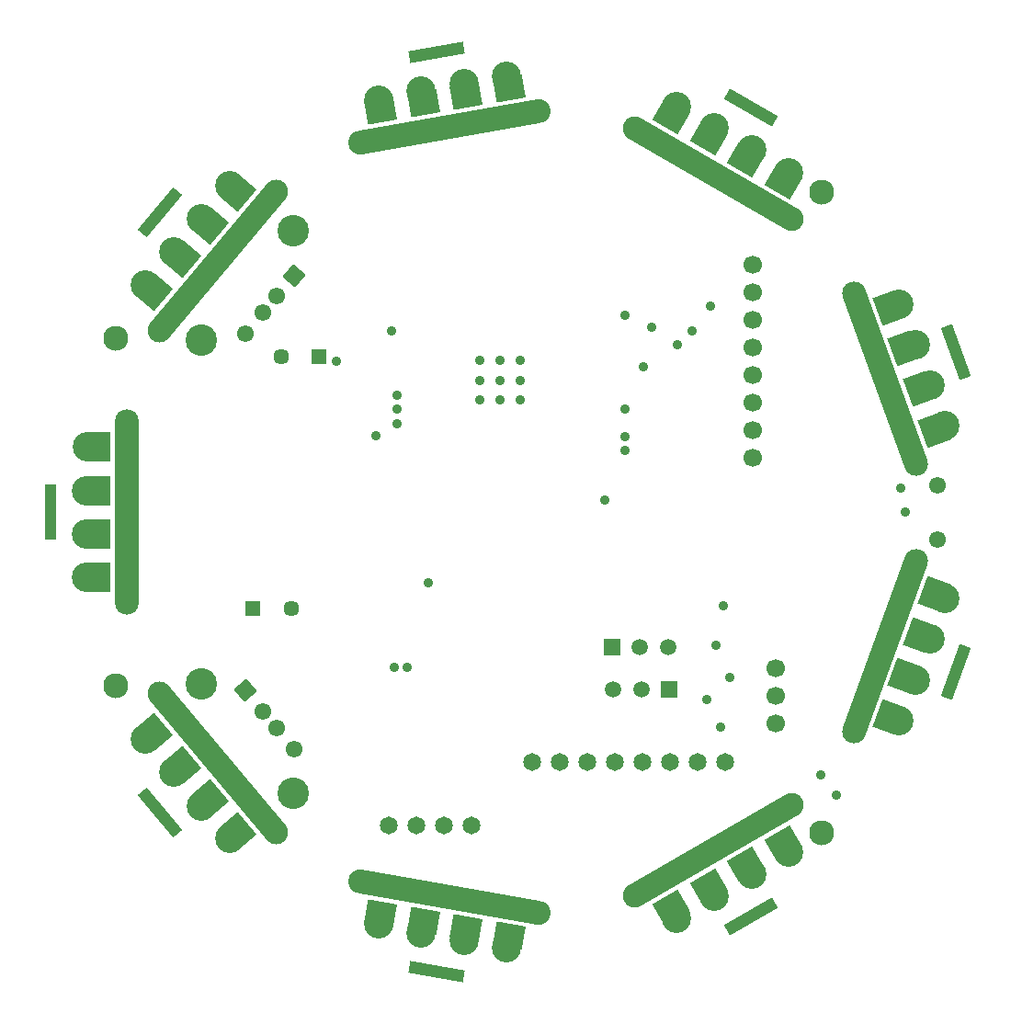
<source format=gbs>
G04*
G04 #@! TF.GenerationSoftware,Altium Limited,Altium Designer,21.7.2 (23)*
G04*
G04 Layer_Color=16711935*
%FSAX44Y44*%
%MOMM*%
G71*
G04*
G04 #@! TF.SameCoordinates,F2B12908-CB5E-45EB-B16A-3418207F8AD6*
G04*
G04*
G04 #@! TF.FilePolarity,Negative*
G04*
G01*
G75*
G04:AMPARAMS|DCode=35|XSize=2.2mm|YSize=18.9mm|CornerRadius=1.1mm|HoleSize=0mm|Usage=FLASHONLY|Rotation=40.000|XOffset=0mm|YOffset=0mm|HoleType=Round|Shape=RoundedRectangle|*
%AMROUNDEDRECTD35*
21,1,2.2000,16.7000,0,0,40.0*
21,1,0.0000,18.9000,0,0,40.0*
1,1,2.2000,5.3673,-6.3965*
1,1,2.2000,5.3673,-6.3965*
1,1,2.2000,-5.3673,6.3965*
1,1,2.2000,-5.3673,6.3965*
%
%ADD35ROUNDEDRECTD35*%
G04:AMPARAMS|DCode=36|XSize=2.2mm|YSize=18.9mm|CornerRadius=1.1mm|HoleSize=0mm|Usage=FLASHONLY|Rotation=120.000|XOffset=0mm|YOffset=0mm|HoleType=Round|Shape=RoundedRectangle|*
%AMROUNDEDRECTD36*
21,1,2.2000,16.7000,0,0,120.0*
21,1,0.0000,18.9000,0,0,120.0*
1,1,2.2000,7.2313,4.1750*
1,1,2.2000,7.2313,4.1750*
1,1,2.2000,-7.2313,-4.1750*
1,1,2.2000,-7.2313,-4.1750*
%
%ADD36ROUNDEDRECTD36*%
G04:AMPARAMS|DCode=37|XSize=2.2mm|YSize=18.9mm|CornerRadius=1.1mm|HoleSize=0mm|Usage=FLASHONLY|Rotation=280.000|XOffset=0mm|YOffset=0mm|HoleType=Round|Shape=RoundedRectangle|*
%AMROUNDEDRECTD37*
21,1,2.2000,16.7000,0,0,280.0*
21,1,0.0000,18.9000,0,0,280.0*
1,1,2.2000,-8.2232,-1.4500*
1,1,2.2000,-8.2232,-1.4500*
1,1,2.2000,8.2232,1.4500*
1,1,2.2000,8.2232,1.4500*
%
%ADD37ROUNDEDRECTD37*%
G04:AMPARAMS|DCode=38|XSize=2.2mm|YSize=18.9mm|CornerRadius=1.1mm|HoleSize=0mm|Usage=FLASHONLY|Rotation=200.000|XOffset=0mm|YOffset=0mm|HoleType=Round|Shape=RoundedRectangle|*
%AMROUNDEDRECTD38*
21,1,2.2000,16.7000,0,0,200.0*
21,1,0.0000,18.9000,0,0,200.0*
1,1,2.2000,-2.8559,7.8464*
1,1,2.2000,-2.8559,7.8464*
1,1,2.2000,2.8559,-7.8464*
1,1,2.2000,2.8559,-7.8464*
%
%ADD38ROUNDEDRECTD38*%
G04:AMPARAMS|DCode=39|XSize=2.2mm|YSize=18.9mm|CornerRadius=1.1mm|HoleSize=0mm|Usage=FLASHONLY|Rotation=320.000|XOffset=0mm|YOffset=0mm|HoleType=Round|Shape=RoundedRectangle|*
%AMROUNDEDRECTD39*
21,1,2.2000,16.7000,0,0,320.0*
21,1,0.0000,18.9000,0,0,320.0*
1,1,2.2000,-5.3673,-6.3965*
1,1,2.2000,-5.3673,-6.3965*
1,1,2.2000,5.3673,6.3965*
1,1,2.2000,5.3673,6.3965*
%
%ADD39ROUNDEDRECTD39*%
G04:AMPARAMS|DCode=40|XSize=2.2mm|YSize=18.9mm|CornerRadius=1.1mm|HoleSize=0mm|Usage=FLASHONLY|Rotation=240.000|XOffset=0mm|YOffset=0mm|HoleType=Round|Shape=RoundedRectangle|*
%AMROUNDEDRECTD40*
21,1,2.2000,16.7000,0,0,240.0*
21,1,0.0000,18.9000,0,0,240.0*
1,1,2.2000,-7.2313,4.1750*
1,1,2.2000,-7.2313,4.1750*
1,1,2.2000,7.2313,-4.1750*
1,1,2.2000,7.2313,-4.1750*
%
%ADD40ROUNDEDRECTD40*%
G04:AMPARAMS|DCode=41|XSize=2.2mm|YSize=18.9mm|CornerRadius=1.1mm|HoleSize=0mm|Usage=FLASHONLY|Rotation=160.000|XOffset=0mm|YOffset=0mm|HoleType=Round|Shape=RoundedRectangle|*
%AMROUNDEDRECTD41*
21,1,2.2000,16.7000,0,0,160.0*
21,1,0.0000,18.9000,0,0,160.0*
1,1,2.2000,2.8559,7.8464*
1,1,2.2000,2.8559,7.8464*
1,1,2.2000,-2.8559,-7.8464*
1,1,2.2000,-2.8559,-7.8464*
%
%ADD41ROUNDEDRECTD41*%
G04:AMPARAMS|DCode=42|XSize=2.2mm|YSize=18.9mm|CornerRadius=1.1mm|HoleSize=0mm|Usage=FLASHONLY|Rotation=80.000|XOffset=0mm|YOffset=0mm|HoleType=Round|Shape=RoundedRectangle|*
%AMROUNDEDRECTD42*
21,1,2.2000,16.7000,0,0,80.0*
21,1,0.0000,18.9000,0,0,80.0*
1,1,2.2000,8.2232,-1.4500*
1,1,2.2000,8.2232,-1.4500*
1,1,2.2000,-8.2232,1.4500*
1,1,2.2000,-8.2232,1.4500*
%
%ADD42ROUNDEDRECTD42*%
G04:AMPARAMS|DCode=43|XSize=2.2mm|YSize=18.9mm|CornerRadius=1.1mm|HoleSize=0mm|Usage=FLASHONLY|Rotation=0.000|XOffset=0mm|YOffset=0mm|HoleType=Round|Shape=RoundedRectangle|*
%AMROUNDEDRECTD43*
21,1,2.2000,16.7000,0,0,0.0*
21,1,0.0000,18.9000,0,0,0.0*
1,1,2.2000,0.0000,-8.3500*
1,1,2.2000,0.0000,-8.3500*
1,1,2.2000,0.0000,8.3500*
1,1,2.2000,0.0000,8.3500*
%
%ADD43ROUNDEDRECTD43*%
%ADD44C,0.9000*%
%ADD45R,1.5000X1.5000*%
%ADD46C,1.5000*%
%ADD47R,1.4500X1.4500*%
%ADD48C,1.4500*%
%ADD49C,1.6500*%
%ADD50C,2.9000*%
%ADD51C,1.5500*%
%ADD52P,2.1920X4X355.0*%
%ADD53P,2.1920X4X275.0*%
%ADD54C,1.7000*%
%ADD55C,2.3000*%
G04:AMPARAMS|DCode=103|XSize=2.2mm|YSize=2.7mm|CornerRadius=0mm|HoleSize=0mm|Usage=FLASHONLY|Rotation=40.000|XOffset=0mm|YOffset=0mm|HoleType=Round|Shape=Rectangle|*
%AMROTATEDRECTD103*
4,1,4,0.0251,-1.7412,-1.7104,0.3271,-0.0251,1.7412,1.7104,-0.3271,0.0251,-1.7412,0.0*
%
%ADD103ROTATEDRECTD103*%

%ADD104C,2.7000*%
G04:AMPARAMS|DCode=105|XSize=2.2mm|YSize=2.7mm|CornerRadius=0mm|HoleSize=0mm|Usage=FLASHONLY|Rotation=120.000|XOffset=0mm|YOffset=0mm|HoleType=Round|Shape=Rectangle|*
%AMROTATEDRECTD105*
4,1,4,1.7191,-0.2776,-0.6191,-1.6276,-1.7191,0.2776,0.6191,1.6276,1.7191,-0.2776,0.0*
%
%ADD105ROTATEDRECTD105*%

G04:AMPARAMS|DCode=106|XSize=2.2mm|YSize=2.7mm|CornerRadius=0mm|HoleSize=0mm|Usage=FLASHONLY|Rotation=280.000|XOffset=0mm|YOffset=0mm|HoleType=Round|Shape=Rectangle|*
%AMROTATEDRECTD106*
4,1,4,-1.5205,0.8489,1.1385,1.3177,1.5205,-0.8489,-1.1385,-1.3177,-1.5205,0.8489,0.0*
%
%ADD106ROTATEDRECTD106*%

G04:AMPARAMS|DCode=107|XSize=2.2mm|YSize=2.7mm|CornerRadius=0mm|HoleSize=0mm|Usage=FLASHONLY|Rotation=200.000|XOffset=0mm|YOffset=0mm|HoleType=Round|Shape=Rectangle|*
%AMROTATEDRECTD107*
4,1,4,0.5719,1.6448,1.4954,-0.8924,-0.5719,-1.6448,-1.4954,0.8924,0.5719,1.6448,0.0*
%
%ADD107ROTATEDRECTD107*%

G04:AMPARAMS|DCode=108|XSize=2.2mm|YSize=2.7mm|CornerRadius=0mm|HoleSize=0mm|Usage=FLASHONLY|Rotation=320.000|XOffset=0mm|YOffset=0mm|HoleType=Round|Shape=Rectangle|*
%AMROTATEDRECTD108*
4,1,4,-1.7104,-0.3271,0.0251,1.7412,1.7104,0.3271,-0.0251,-1.7412,-1.7104,-0.3271,0.0*
%
%ADD108ROTATEDRECTD108*%

G04:AMPARAMS|DCode=109|XSize=2.2mm|YSize=2.7mm|CornerRadius=0mm|HoleSize=0mm|Usage=FLASHONLY|Rotation=240.000|XOffset=0mm|YOffset=0mm|HoleType=Round|Shape=Rectangle|*
%AMROTATEDRECTD109*
4,1,4,-0.6191,1.6276,1.7191,0.2776,0.6191,-1.6276,-1.7191,-0.2776,-0.6191,1.6276,0.0*
%
%ADD109ROTATEDRECTD109*%

G04:AMPARAMS|DCode=110|XSize=2.2mm|YSize=2.7mm|CornerRadius=0mm|HoleSize=0mm|Usage=FLASHONLY|Rotation=160.000|XOffset=0mm|YOffset=0mm|HoleType=Round|Shape=Rectangle|*
%AMROTATEDRECTD110*
4,1,4,1.4954,0.8924,0.5719,-1.6448,-1.4954,-0.8924,-0.5719,1.6448,1.4954,0.8924,0.0*
%
%ADD110ROTATEDRECTD110*%

G04:AMPARAMS|DCode=111|XSize=2.2mm|YSize=2.7mm|CornerRadius=0mm|HoleSize=0mm|Usage=FLASHONLY|Rotation=80.000|XOffset=0mm|YOffset=0mm|HoleType=Round|Shape=Rectangle|*
%AMROTATEDRECTD111*
4,1,4,1.1385,-1.3177,-1.5205,-0.8489,-1.1385,1.3177,1.5205,0.8489,1.1385,-1.3177,0.0*
%
%ADD111ROTATEDRECTD111*%

%ADD112R,2.2000X2.7000*%
%ADD113R,1.1000X5.1000*%
G04:AMPARAMS|DCode=114|XSize=5.1mm|YSize=1.1mm|CornerRadius=0mm|HoleSize=0mm|Usage=FLASHONLY|Rotation=210.000|XOffset=0mm|YOffset=0mm|HoleType=Round|Shape=Rectangle|*
%AMROTATEDRECTD114*
4,1,4,1.9334,1.7513,2.4834,0.7987,-1.9334,-1.7513,-2.4834,-0.7987,1.9334,1.7513,0.0*
%
%ADD114ROTATEDRECTD114*%

G04:AMPARAMS|DCode=115|XSize=5.1mm|YSize=1.1mm|CornerRadius=0mm|HoleSize=0mm|Usage=FLASHONLY|Rotation=250.000|XOffset=0mm|YOffset=0mm|HoleType=Round|Shape=Rectangle|*
%AMROTATEDRECTD115*
4,1,4,0.3553,2.5843,1.3890,2.2081,-0.3553,-2.5843,-1.3890,-2.2081,0.3553,2.5843,0.0*
%
%ADD115ROTATEDRECTD115*%

G04:AMPARAMS|DCode=116|XSize=5.1mm|YSize=1.1mm|CornerRadius=0mm|HoleSize=0mm|Usage=FLASHONLY|Rotation=290.000|XOffset=0mm|YOffset=0mm|HoleType=Round|Shape=Rectangle|*
%AMROTATEDRECTD116*
4,1,4,-1.3890,2.2081,-0.3553,2.5843,1.3890,-2.2081,0.3553,-2.5843,-1.3890,2.2081,0.0*
%
%ADD116ROTATEDRECTD116*%

G04:AMPARAMS|DCode=117|XSize=5.1mm|YSize=1.1mm|CornerRadius=0mm|HoleSize=0mm|Usage=FLASHONLY|Rotation=330.000|XOffset=0mm|YOffset=0mm|HoleType=Round|Shape=Rectangle|*
%AMROTATEDRECTD117*
4,1,4,-2.4834,0.7987,-1.9334,1.7513,2.4834,-0.7987,1.9334,-1.7513,-2.4834,0.7987,0.0*
%
%ADD117ROTATEDRECTD117*%

G04:AMPARAMS|DCode=118|XSize=5.1mm|YSize=1.1mm|CornerRadius=0mm|HoleSize=0mm|Usage=FLASHONLY|Rotation=130.000|XOffset=0mm|YOffset=0mm|HoleType=Round|Shape=Rectangle|*
%AMROTATEDRECTD118*
4,1,4,2.0604,-1.5999,1.2178,-2.3070,-2.0604,1.5999,-1.2178,2.3070,2.0604,-1.5999,0.0*
%
%ADD118ROTATEDRECTD118*%

G04:AMPARAMS|DCode=119|XSize=5.1mm|YSize=1.1mm|CornerRadius=0mm|HoleSize=0mm|Usage=FLASHONLY|Rotation=10.000|XOffset=0mm|YOffset=0mm|HoleType=Round|Shape=Rectangle|*
%AMROTATEDRECTD119*
4,1,4,-2.4158,-0.9845,-2.6068,0.0988,2.4158,0.9845,2.6068,-0.0988,-2.4158,-0.9845,0.0*
%
%ADD119ROTATEDRECTD119*%

G04:AMPARAMS|DCode=120|XSize=5.1mm|YSize=1.1mm|CornerRadius=0mm|HoleSize=0mm|Usage=FLASHONLY|Rotation=50.000|XOffset=0mm|YOffset=0mm|HoleType=Round|Shape=Rectangle|*
%AMROTATEDRECTD120*
4,1,4,-1.2178,-2.3070,-2.0604,-1.5999,1.2178,2.3070,2.0604,1.5999,-1.2178,-2.3070,0.0*
%
%ADD120ROTATEDRECTD120*%

G04:AMPARAMS|DCode=121|XSize=5.1mm|YSize=1.1mm|CornerRadius=0mm|HoleSize=0mm|Usage=FLASHONLY|Rotation=170.000|XOffset=0mm|YOffset=0mm|HoleType=Round|Shape=Rectangle|*
%AMROTATEDRECTD121*
4,1,4,2.6068,0.0988,2.4158,-0.9845,-2.6068,-0.0988,-2.4158,0.9845,2.6068,0.0988,0.0*
%
%ADD121ROTATEDRECTD121*%

%ADD122C,0.7000*%
D35*
X00164224Y00206597D02*
D03*
D36*
X00620000Y00126231D02*
D03*
D37*
X00377487Y00792531D02*
D03*
D38*
X00778289Y00561127D02*
D03*
D39*
X00164224Y00669404D02*
D03*
D40*
X00620000Y00749769D02*
D03*
D41*
X00778289Y00314873D02*
D03*
D42*
X00377487Y00083469D02*
D03*
D43*
X00080000Y00438000D02*
D03*
D44*
X00442350Y00541250D02*
D03*
X00424000D02*
D03*
X00405650D02*
D03*
X00442350Y00559600D02*
D03*
X00424000D02*
D03*
X00405650D02*
D03*
X00442350Y00577950D02*
D03*
X00424000D02*
D03*
X00405650D02*
D03*
X00617500Y00628000D02*
D03*
X00324000Y00605000D02*
D03*
X00793000Y00460000D02*
D03*
X00273000Y00577000D02*
D03*
X00623000Y00315000D02*
D03*
X00719000Y00196000D02*
D03*
X00734000Y00177000D02*
D03*
X00338000Y00294750D02*
D03*
X00326250Y00295250D02*
D03*
X00626750Y00239750D02*
D03*
X00635250Y00286057D02*
D03*
X00601000Y00605000D02*
D03*
X00556249Y00571502D02*
D03*
X00587000Y00592000D02*
D03*
X00358000Y00373000D02*
D03*
X00614000Y00265000D02*
D03*
X00630000Y00352000D02*
D03*
X00539000Y00495000D02*
D03*
Y00507500D02*
D03*
Y00532750D02*
D03*
X00564000Y00608000D02*
D03*
X00539000Y00619000D02*
D03*
X00520000Y00449000D02*
D03*
X00310000Y00508000D02*
D03*
X00797000Y00438000D02*
D03*
X00329000Y00546000D02*
D03*
Y00533000D02*
D03*
Y00519000D02*
D03*
D45*
X00527000Y00313289D02*
D03*
X00580000Y00274289D02*
D03*
D46*
X00579000Y00313289D02*
D03*
X00553000D02*
D03*
X00554000Y00274289D02*
D03*
X00528000D02*
D03*
D47*
X00257500Y00581000D02*
D03*
X00196500Y00349000D02*
D03*
D48*
X00222500Y00581000D02*
D03*
X00231500Y00349000D02*
D03*
D49*
X00397450Y00149500D02*
D03*
X00372050D02*
D03*
X00346650D02*
D03*
X00321250D02*
D03*
X00631000Y00208000D02*
D03*
X00605600D02*
D03*
X00580200D02*
D03*
X00554800D02*
D03*
X00453200D02*
D03*
X00478600D02*
D03*
X00504000D02*
D03*
X00529400D02*
D03*
D50*
X00233611Y00179054D02*
D03*
X00149149Y00279712D02*
D03*
Y00596288D02*
D03*
X00233611Y00696946D02*
D03*
D51*
X00234638Y00219991D02*
D03*
X00218568Y00239142D02*
D03*
X00205712Y00254463D02*
D03*
X00189643Y00602386D02*
D03*
X00205712Y00621537D02*
D03*
X00218568Y00636858D02*
D03*
X00826499Y00463000D02*
D03*
Y00413000D02*
D03*
D52*
X00189643Y00273614D02*
D03*
D53*
X00234638Y00656009D02*
D03*
D54*
X00657000Y00513800D02*
D03*
Y00539200D02*
D03*
Y00564600D02*
D03*
Y00666200D02*
D03*
Y00640800D02*
D03*
Y00615400D02*
D03*
Y00488400D02*
D03*
Y00590000D02*
D03*
X00678000Y00243600D02*
D03*
Y00269000D02*
D03*
Y00294400D02*
D03*
D55*
X00070000Y00598000D02*
D03*
Y00278000D02*
D03*
X00720000Y00143000D02*
D03*
Y00733000D02*
D03*
D103*
X00157163Y00174563D02*
D03*
X00131451Y00205205D02*
D03*
X00105739Y00235847D02*
D03*
X00182874Y00143921D02*
D03*
D104*
X00123025Y00198134D02*
D03*
X00148736Y00167492D02*
D03*
X00097313Y00228776D02*
D03*
X00175214Y00137493D02*
D03*
X00621180Y00084188D02*
D03*
X00655820Y00104188D02*
D03*
X00586539Y00064188D02*
D03*
X00689962Y00125054D02*
D03*
X00390758Y00832442D02*
D03*
X00351366Y00825496D02*
D03*
X00430150Y00839388D02*
D03*
X00312147Y00817565D02*
D03*
X00819898Y00554988D02*
D03*
X00806218Y00592576D02*
D03*
X00833579Y00517400D02*
D03*
X00791597Y00629822D02*
D03*
X00123025Y00677866D02*
D03*
X00148736Y00708507D02*
D03*
X00097313Y00647224D02*
D03*
X00175214Y00738506D02*
D03*
X00621180Y00791812D02*
D03*
X00655821Y00771812D02*
D03*
X00586539Y00811812D02*
D03*
X00689962Y00750946D02*
D03*
X00819898Y00321012D02*
D03*
X00806218Y00283424D02*
D03*
X00833579Y00358600D02*
D03*
X00791597Y00246178D02*
D03*
X00390758Y00043558D02*
D03*
X00351366Y00050504D02*
D03*
X00430150Y00036612D02*
D03*
X00312147Y00058435D02*
D03*
X00043000Y00418000D02*
D03*
Y00458000D02*
D03*
Y00378000D02*
D03*
X00044000Y00498000D02*
D03*
D105*
X00650321Y00113714D02*
D03*
X00615680Y00093714D02*
D03*
X00581039Y00073714D02*
D03*
X00684962Y00133714D02*
D03*
D106*
X00353276Y00814663D02*
D03*
X00392668Y00821609D02*
D03*
X00432060Y00828555D02*
D03*
X00313883Y00807717D02*
D03*
D107*
X00795881Y00588814D02*
D03*
X00809562Y00551226D02*
D03*
X00823243Y00513638D02*
D03*
X00782200Y00626401D02*
D03*
D108*
X00157163Y00701437D02*
D03*
X00131451Y00670795D02*
D03*
X00105740Y00640153D02*
D03*
X00182874Y00732079D02*
D03*
D109*
X00650321Y00762286D02*
D03*
X00615680Y00782286D02*
D03*
X00581039Y00802286D02*
D03*
X00684962Y00742286D02*
D03*
D110*
X00795881Y00287186D02*
D03*
X00809562Y00324774D02*
D03*
X00823242Y00362362D02*
D03*
X00782200Y00249599D02*
D03*
D111*
X00353276Y00061337D02*
D03*
X00392668Y00054391D02*
D03*
X00432060Y00047445D02*
D03*
X00313883Y00068283D02*
D03*
D112*
X00054000Y00458000D02*
D03*
X00054000Y00418000D02*
D03*
X00054000Y00378000D02*
D03*
X00054000Y00498000D02*
D03*
D113*
X00010000Y00438000D02*
D03*
D114*
X00655000Y00065610D02*
D03*
D115*
X00844070Y00290930D02*
D03*
D116*
Y00585070D02*
D03*
D117*
X00655010Y00810380D02*
D03*
D118*
X00110600Y00161600D02*
D03*
D119*
X00365330Y00861470D02*
D03*
D120*
X00110600Y00714400D02*
D03*
D121*
X00365330Y00014530D02*
D03*
D122*
X00102381Y00225848D02*
D03*
X00095310Y00234275D02*
D03*
X00110807Y00232919D02*
D03*
X00103736Y00241345D02*
D03*
X00128092Y00195207D02*
D03*
X00121021Y00203633D02*
D03*
X00136518Y00202277D02*
D03*
X00129448Y00210704D02*
D03*
X00180281Y00134566D02*
D03*
X00173210Y00142992D02*
D03*
X00188708Y00141636D02*
D03*
X00181637Y00150063D02*
D03*
X00153803Y00164565D02*
D03*
X00146733Y00172991D02*
D03*
X00162230Y00171635D02*
D03*
X00155159Y00180062D02*
D03*
X00590302Y00068670D02*
D03*
X00580775Y00063170D02*
D03*
X00584802Y00078196D02*
D03*
X00575275Y00072696D02*
D03*
X00624943Y00088670D02*
D03*
X00615416Y00083170D02*
D03*
X00619443Y00098196D02*
D03*
X00609916Y00092696D02*
D03*
X00693725Y00129536D02*
D03*
X00684198Y00124036D02*
D03*
X00688225Y00139062D02*
D03*
X00678698Y00133562D02*
D03*
X00659584Y00108670D02*
D03*
X00650057Y00103170D02*
D03*
X00654084Y00118196D02*
D03*
X00644557Y00112696D02*
D03*
X00425081Y00836463D02*
D03*
X00435914Y00838373D02*
D03*
X00426991Y00825630D02*
D03*
X00437824Y00827540D02*
D03*
X00385689Y00829517D02*
D03*
X00396521Y00831427D02*
D03*
X00387599Y00818684D02*
D03*
X00398432Y00820594D02*
D03*
X00307078Y00814640D02*
D03*
X00317911Y00816550D02*
D03*
X00308988Y00803808D02*
D03*
X00319821Y00805717D02*
D03*
X00346297Y00822571D02*
D03*
X00357129Y00824481D02*
D03*
X00348207Y00811738D02*
D03*
X00359039Y00813648D02*
D03*
X00829819Y00521885D02*
D03*
X00833581Y00511548D02*
D03*
X00819482Y00518122D02*
D03*
X00823244Y00507786D02*
D03*
X00816138Y00559472D02*
D03*
X00819900Y00549136D02*
D03*
X00805801Y00555710D02*
D03*
X00809563Y00545373D02*
D03*
X00787837Y00634306D02*
D03*
X00791599Y00623969D02*
D03*
X00777500Y00630543D02*
D03*
X00781262Y00620207D02*
D03*
X00802457Y00597060D02*
D03*
X00806219Y00586723D02*
D03*
X00792121Y00593298D02*
D03*
X00795883Y00582961D02*
D03*
X00102381Y00650152D02*
D03*
X00095310Y00641725D02*
D03*
X00110807Y00643081D02*
D03*
X00103736Y00634654D02*
D03*
X00128092Y00680793D02*
D03*
X00121021Y00672367D02*
D03*
X00136518Y00673723D02*
D03*
X00129448Y00665296D02*
D03*
X00180281Y00741434D02*
D03*
X00173210Y00733008D02*
D03*
X00188708Y00734363D02*
D03*
X00181637Y00725937D02*
D03*
X00153804Y00711435D02*
D03*
X00146733Y00703009D02*
D03*
X00162230Y00704364D02*
D03*
X00155159Y00695938D02*
D03*
X00590302Y00807330D02*
D03*
X00580775Y00812830D02*
D03*
X00584802Y00797804D02*
D03*
X00575275Y00803304D02*
D03*
X00624943Y00787330D02*
D03*
X00615416Y00792830D02*
D03*
X00619443Y00777804D02*
D03*
X00609916Y00783304D02*
D03*
X00693725Y00746464D02*
D03*
X00684198Y00751964D02*
D03*
X00688225Y00736938D02*
D03*
X00678698Y00742438D02*
D03*
X00659584Y00767330D02*
D03*
X00650057Y00772830D02*
D03*
X00654084Y00757804D02*
D03*
X00644557Y00763304D02*
D03*
X00829819Y00354115D02*
D03*
X00833581Y00364452D02*
D03*
X00819482Y00357878D02*
D03*
X00823244Y00368214D02*
D03*
X00816138Y00316528D02*
D03*
X00819900Y00326864D02*
D03*
X00805801Y00320290D02*
D03*
X00809564Y00330626D02*
D03*
X00787837Y00241694D02*
D03*
X00791599Y00252031D02*
D03*
X00777500Y00245456D02*
D03*
X00781262Y00255793D02*
D03*
X00802457Y00278940D02*
D03*
X00806219Y00289277D02*
D03*
X00792120Y00282702D02*
D03*
X00795883Y00293039D02*
D03*
X00425081Y00039537D02*
D03*
X00435914Y00037627D02*
D03*
X00426991Y00050370D02*
D03*
X00437824Y00048460D02*
D03*
X00385689Y00046483D02*
D03*
X00396522Y00044573D02*
D03*
X00387599Y00057316D02*
D03*
X00398432Y00055406D02*
D03*
X00307078Y00061360D02*
D03*
X00317911Y00059450D02*
D03*
X00308988Y00072193D02*
D03*
X00319821Y00070282D02*
D03*
X00346296Y00053429D02*
D03*
X00357129Y00051519D02*
D03*
X00348207Y00064262D02*
D03*
X00359039Y00062352D02*
D03*
X00045000Y00383500D02*
D03*
X00045000Y00372500D02*
D03*
X00056000Y00383500D02*
D03*
Y00372500D02*
D03*
X00045000Y00423500D02*
D03*
Y00412500D02*
D03*
X00056000Y00423500D02*
D03*
X00056000Y00412500D02*
D03*
X00046000Y00503500D02*
D03*
X00046000Y00492500D02*
D03*
X00057000Y00503500D02*
D03*
X00057000Y00492500D02*
D03*
X00045000Y00463500D02*
D03*
Y00452500D02*
D03*
X00056000Y00463500D02*
D03*
Y00452500D02*
D03*
M02*

</source>
